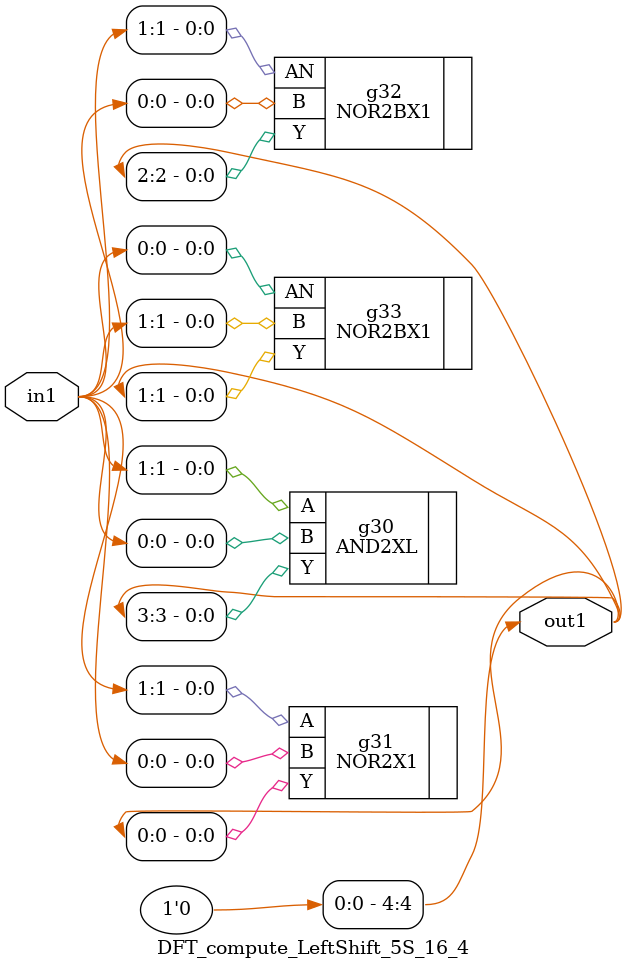
<source format=v>
`timescale 1ps / 1ps


module DFT_compute_LeftShift_5S_16_4(in1, out1);
  input [1:0] in1;
  output [4:0] out1;
  wire [1:0] in1;
  wire [4:0] out1;
  assign out1[4] = 1'b0;
  AND2XL g30(.A (in1[1]), .B (in1[0]), .Y (out1[3]));
  NOR2X1 g31(.A (in1[1]), .B (in1[0]), .Y (out1[0]));
  NOR2BX1 g32(.AN (in1[1]), .B (in1[0]), .Y (out1[2]));
  NOR2BX1 g33(.AN (in1[0]), .B (in1[1]), .Y (out1[1]));
endmodule



</source>
